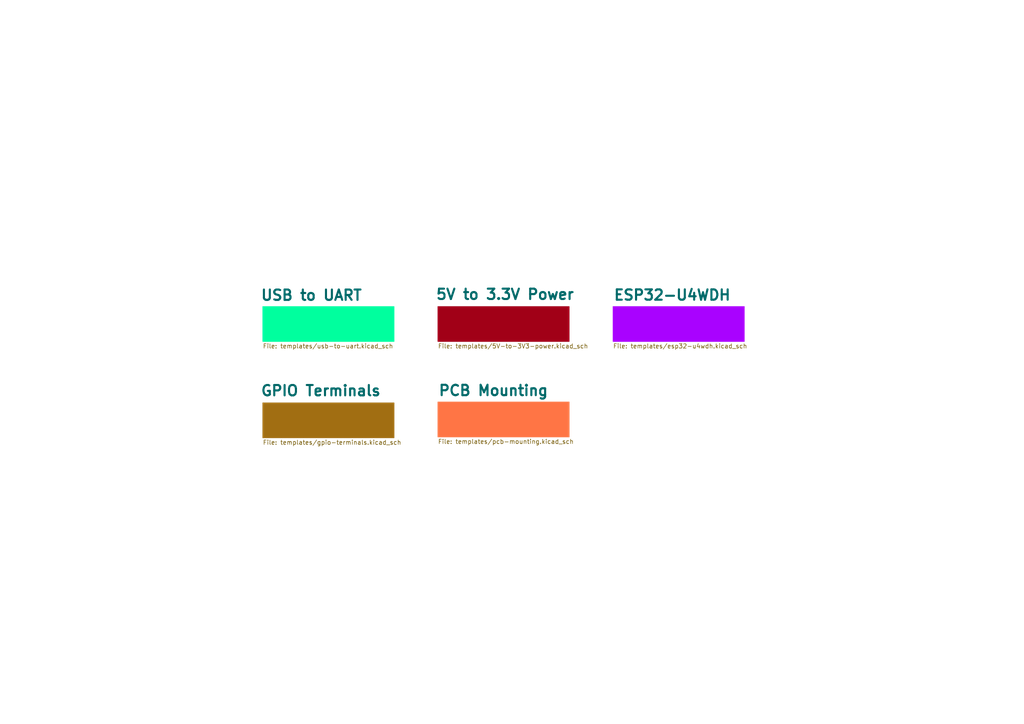
<source format=kicad_sch>
(kicad_sch (version 20211123) (generator eeschema)
  (paper "A4")
  (title_block (title "ESP32-LED-DRIVER") (comment 1 "Author: Tim Schmid"))
  (lib_symbols)
  (sheet (at 127 88.9) (size 38.1 10.16) (stroke (width 0.1524) (color 161 0 23 1)) (fill (color 161 0 23 1.0000))
    (property "Sheet name" "5V to 3.3V Power" (at 126.238 87.122 0) (effects (font (size 3 3) bold) (justify left bottom)))
    (property "Sheet file" "templates/5V-to-3V3-power.kicad_sch" (at 127 99.6446 0) (effects (justify left top)))
  )
  (sheet (at 76.2 88.9) (size 38.1 10.16) (stroke (width 0.1524) (color 0 255 158 1)) (fill (color 0 255 158 1.0000))
    (property "Sheet name" "USB to UART " (at 75.438 87.376 0) (effects (font (size 3 3) bold) (justify left bottom)))
    (property "Sheet file" "templates/usb-to-uart.kicad_sch" (at 76.2 99.6446 0) (effects (justify left top)))
  )
  (sheet (at 76.2 116.84) (size 38.1 10.16) (stroke (width 0.1524) (color 161 110 18 1)) (fill (color 161 110 18 1.0000))
    (property "Sheet name" "GPIO Terminals" (at 75.438 115.062 0) (effects (font (size 3 3) bold) (justify left bottom)))
    (property "Sheet file" "templates/gpio-terminals.kicad_sch" (at 76.2 127.5846 0) (effects (justify left top)))
  )
  (sheet (at 177.8 88.9) (size 38.1 10.16) (stroke (width 0.1524) (color 169 2 255 1)) (fill (color 169 2 255 1.0000))
    (property "Sheet name" "ESP32-U4WDH" (at 177.8 87.3234 0) (effects (font (size 3 3) bold) (justify left bottom)))
    (property "Sheet file" "templates/esp32-u4wdh.kicad_sch" (at 177.8 99.6446 0) (effects (justify left top)))
  )
  (sheet (at 127 116.586) (size 38.1 10.16) (stroke (width 0.1524) (color 255 117 69 1)) (fill (color 255 117 69 1.0000))
    (property "Sheet name" "PCB Mounting" (at 127 115.0094 0) (effects (font (size 3 3) bold) (justify left bottom)))
    (property "Sheet file" "templates/pcb-mounting.kicad_sch" (at 127 127.3306 0) (effects (justify left top)))
  )
)
</source>
